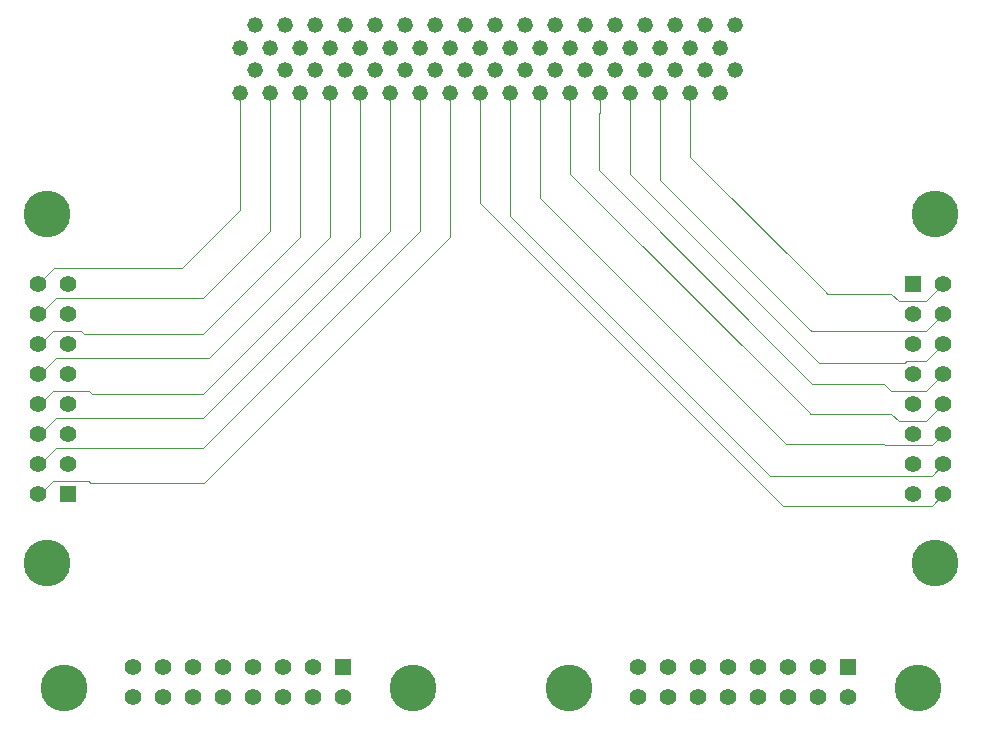
<source format=gbr>
%TF.GenerationSoftware,KiCad,Pcbnew,7.0.5-0*%
%TF.CreationDate,2023-07-18T13:45:42-04:00*%
%TF.ProjectId,quad_sipm,71756164-5f73-4697-906d-2e6b69636164,rev?*%
%TF.SameCoordinates,Original*%
%TF.FileFunction,Copper,L1,Top*%
%TF.FilePolarity,Positive*%
%FSLAX46Y46*%
G04 Gerber Fmt 4.6, Leading zero omitted, Abs format (unit mm)*
G04 Created by KiCad (PCBNEW 7.0.5-0) date 2023-07-18 13:45:42*
%MOMM*%
%LPD*%
G01*
G04 APERTURE LIST*
%TA.AperFunction,ComponentPad*%
%ADD10R,1.397000X1.397000*%
%TD*%
%TA.AperFunction,ComponentPad*%
%ADD11C,1.397000*%
%TD*%
%TA.AperFunction,ComponentPad*%
%ADD12C,3.962400*%
%TD*%
%TA.AperFunction,ComponentPad*%
%ADD13C,1.320800*%
%TD*%
%TA.AperFunction,Conductor*%
%ADD14C,0.068580*%
%TD*%
G04 APERTURE END LIST*
D10*
%TO.P,U3,1,1*%
%TO.N,/31-*%
X130352800Y-116052600D03*
D11*
%TO.P,U3,2,2*%
%TO.N,/31+*%
X130352800Y-118592600D03*
%TO.P,U3,3,3*%
%TO.N,/30-*%
X127812800Y-116052600D03*
%TO.P,U3,4,4*%
%TO.N,/30+*%
X127812800Y-118592600D03*
%TO.P,U3,5,5*%
%TO.N,/29-*%
X125272800Y-116052600D03*
%TO.P,U3,6,6*%
%TO.N,/29+*%
X125272800Y-118592600D03*
%TO.P,U3,7,7*%
%TO.N,/28-*%
X122732800Y-116052600D03*
%TO.P,U3,8,8*%
%TO.N,/28+*%
X122732800Y-118592600D03*
%TO.P,U3,9,9*%
%TO.N,/27-*%
X120192800Y-116052600D03*
%TO.P,U3,10,10*%
%TO.N,/27+*%
X120192800Y-118592600D03*
%TO.P,U3,11,11*%
%TO.N,/26-*%
X117652800Y-116052600D03*
%TO.P,U3,12,12*%
%TO.N,/26+*%
X117652800Y-118592600D03*
%TO.P,U3,13,13*%
%TO.N,/25-*%
X115112800Y-116052600D03*
%TO.P,U3,14,14*%
%TO.N,/25+*%
X115112800Y-118592600D03*
%TO.P,U3,15,15*%
%TO.N,/24-*%
X112572800Y-116052600D03*
%TO.P,U3,16,16*%
%TO.N,/24+*%
X112572800Y-118592600D03*
D12*
%TO.P,U3,17*%
%TO.N,N/C*%
X136245600Y-117856000D03*
%TO.P,U3,18*%
X106680000Y-117856000D03*
%TD*%
D10*
%TO.P,U4,1,1*%
%TO.N,/15-*%
X135864600Y-83616800D03*
D11*
%TO.P,U4,2,2*%
%TO.N,/15+*%
X138404600Y-83616800D03*
%TO.P,U4,3,3*%
%TO.N,/14-*%
X135864600Y-86156800D03*
%TO.P,U4,4,4*%
%TO.N,/14+*%
X138404600Y-86156800D03*
%TO.P,U4,5,5*%
%TO.N,/13-*%
X135864600Y-88696800D03*
%TO.P,U4,6,6*%
%TO.N,/13+*%
X138404600Y-88696800D03*
%TO.P,U4,7,7*%
%TO.N,/12-*%
X135864600Y-91236800D03*
%TO.P,U4,8,8*%
%TO.N,/12+*%
X138404600Y-91236800D03*
%TO.P,U4,9,9*%
%TO.N,/11-*%
X135864600Y-93776800D03*
%TO.P,U4,10,10*%
%TO.N,/11+*%
X138404600Y-93776800D03*
%TO.P,U4,11,11*%
%TO.N,/10-*%
X135864600Y-96316800D03*
%TO.P,U4,12,12*%
%TO.N,/10+*%
X138404600Y-96316800D03*
%TO.P,U4,13,13*%
%TO.N,/9-*%
X135864600Y-98856800D03*
%TO.P,U4,14,14*%
%TO.N,/9+*%
X138404600Y-98856800D03*
%TO.P,U4,15,15*%
%TO.N,/8-*%
X135864600Y-101396800D03*
%TO.P,U4,16,16*%
%TO.N,/8+*%
X138404600Y-101396800D03*
D12*
%TO.P,U4,17*%
%TO.N,N/C*%
X137668000Y-77724000D03*
%TO.P,U4,18*%
X137668000Y-107289600D03*
%TD*%
%TO.P,U2,18*%
%TO.N,N/C*%
X63906400Y-117856000D03*
%TO.P,U2,17*%
X93472000Y-117856000D03*
D11*
%TO.P,U2,16,16*%
%TO.N,/16+*%
X69799200Y-118592600D03*
%TO.P,U2,15,15*%
%TO.N,/16-*%
X69799200Y-116052600D03*
%TO.P,U2,14,14*%
%TO.N,/17+*%
X72339200Y-118592600D03*
%TO.P,U2,13,13*%
%TO.N,/17-*%
X72339200Y-116052600D03*
%TO.P,U2,12,12*%
%TO.N,/18+*%
X74879200Y-118592600D03*
%TO.P,U2,11,11*%
%TO.N,/18-*%
X74879200Y-116052600D03*
%TO.P,U2,10,10*%
%TO.N,/19+*%
X77419200Y-118592600D03*
%TO.P,U2,9,9*%
%TO.N,/19-*%
X77419200Y-116052600D03*
%TO.P,U2,8,8*%
%TO.N,/20+*%
X79959200Y-118592600D03*
%TO.P,U2,7,7*%
%TO.N,/20-*%
X79959200Y-116052600D03*
%TO.P,U2,6,6*%
%TO.N,/21+*%
X82499200Y-118592600D03*
%TO.P,U2,5,5*%
%TO.N,/21-*%
X82499200Y-116052600D03*
%TO.P,U2,4,4*%
%TO.N,/22+*%
X85039200Y-118592600D03*
%TO.P,U2,3,3*%
%TO.N,/22-*%
X85039200Y-116052600D03*
%TO.P,U2,2,2*%
%TO.N,/23+*%
X87579200Y-118592600D03*
D10*
%TO.P,U2,1,1*%
%TO.N,/23-*%
X87579200Y-116052600D03*
%TD*%
%TO.P,U1,1,1*%
%TO.N,/7-*%
X64287400Y-101396800D03*
D11*
%TO.P,U1,2,2*%
%TO.N,/7+*%
X61747400Y-101396800D03*
%TO.P,U1,3,3*%
%TO.N,/6-*%
X64287400Y-98856800D03*
%TO.P,U1,4,4*%
%TO.N,/6+*%
X61747400Y-98856800D03*
%TO.P,U1,5,5*%
%TO.N,/5-*%
X64287400Y-96316800D03*
%TO.P,U1,6,6*%
%TO.N,/5+*%
X61747400Y-96316800D03*
%TO.P,U1,7,7*%
%TO.N,/4-*%
X64287400Y-93776800D03*
%TO.P,U1,8,8*%
%TO.N,/4+*%
X61747400Y-93776800D03*
%TO.P,U1,9,9*%
%TO.N,/3-*%
X64287400Y-91236800D03*
%TO.P,U1,10,10*%
%TO.N,/3+*%
X61747400Y-91236800D03*
%TO.P,U1,11,11*%
%TO.N,/2-*%
X64287400Y-88696800D03*
%TO.P,U1,12,12*%
%TO.N,/2+*%
X61747400Y-88696800D03*
%TO.P,U1,13,13*%
%TO.N,/1-*%
X64287400Y-86156800D03*
%TO.P,U1,14,14*%
%TO.N,/1+*%
X61747400Y-86156800D03*
%TO.P,U1,15,15*%
%TO.N,/0-*%
X64287400Y-83616800D03*
%TO.P,U1,16,16*%
%TO.N,/0+*%
X61747400Y-83616800D03*
D12*
%TO.P,U1,17*%
%TO.N,N/C*%
X62484000Y-107289600D03*
%TO.P,U1,18*%
X62484000Y-77724000D03*
%TD*%
D13*
%TO.P,J1,1,1*%
%TO.N,/0+*%
X78867000Y-67437000D03*
%TO.P,J1,2,2*%
%TO.N,/16+*%
X78867000Y-63627000D03*
%TO.P,J1,3,3*%
%TO.N,/0-*%
X80137000Y-65532000D03*
%TO.P,J1,4,4*%
%TO.N,/16-*%
X80137000Y-61722000D03*
%TO.P,J1,5,5*%
%TO.N,/1+*%
X81407000Y-67437000D03*
%TO.P,J1,6,6*%
%TO.N,/17+*%
X81407000Y-63627000D03*
%TO.P,J1,7,7*%
%TO.N,/1-*%
X82677000Y-65532000D03*
%TO.P,J1,8,8*%
%TO.N,/17-*%
X82677000Y-61722000D03*
%TO.P,J1,9,9*%
%TO.N,/2+*%
X83947000Y-67437000D03*
%TO.P,J1,10,10*%
%TO.N,/18+*%
X83947000Y-63627000D03*
%TO.P,J1,11,11*%
%TO.N,/2-*%
X85217000Y-65532000D03*
%TO.P,J1,12,12*%
%TO.N,/18-*%
X85217000Y-61722000D03*
%TO.P,J1,13,13*%
%TO.N,/3+*%
X86487000Y-67437000D03*
%TO.P,J1,14,14*%
%TO.N,/19+*%
X86487000Y-63627000D03*
%TO.P,J1,15,15*%
%TO.N,/3-*%
X87757000Y-65532000D03*
%TO.P,J1,16,16*%
%TO.N,/19-*%
X87757000Y-61722000D03*
%TO.P,J1,17,17*%
%TO.N,/4+*%
X89027000Y-67437000D03*
%TO.P,J1,18,18*%
%TO.N,/20+*%
X89027000Y-63627000D03*
%TO.P,J1,19,19*%
%TO.N,/4-*%
X90297000Y-65532000D03*
%TO.P,J1,20,20*%
%TO.N,/20-*%
X90297000Y-61722000D03*
%TO.P,J1,21,21*%
%TO.N,/5+*%
X91567000Y-67437000D03*
%TO.P,J1,22,22*%
%TO.N,/21+*%
X91567000Y-63627000D03*
%TO.P,J1,23,23*%
%TO.N,/5-*%
X92837000Y-65532000D03*
%TO.P,J1,24,24*%
%TO.N,/21-*%
X92837000Y-61722000D03*
%TO.P,J1,25,25*%
%TO.N,/6+*%
X94107000Y-67437000D03*
%TO.P,J1,26,26*%
%TO.N,/22+*%
X94107000Y-63627000D03*
%TO.P,J1,27,27*%
%TO.N,/6-*%
X95377000Y-65532000D03*
%TO.P,J1,28,28*%
%TO.N,/22-*%
X95377000Y-61722000D03*
%TO.P,J1,29,29*%
%TO.N,/7+*%
X96647000Y-67437000D03*
%TO.P,J1,30,30*%
%TO.N,/23+*%
X96647000Y-63627000D03*
%TO.P,J1,31,31*%
%TO.N,/7-*%
X97917000Y-65532000D03*
%TO.P,J1,32,32*%
%TO.N,/23-*%
X97917000Y-61722000D03*
%TO.P,J1,33,33*%
%TO.N,/8+*%
X99187000Y-67437000D03*
%TO.P,J1,34,34*%
%TO.N,/24+*%
X99187000Y-63627000D03*
%TO.P,J1,35,35*%
%TO.N,/8-*%
X100457000Y-65532000D03*
%TO.P,J1,36,36*%
%TO.N,/24-*%
X100457000Y-61722000D03*
%TO.P,J1,37,37*%
%TO.N,/9+*%
X101727000Y-67437000D03*
%TO.P,J1,38,38*%
%TO.N,/25+*%
X101727000Y-63627000D03*
%TO.P,J1,39,39*%
%TO.N,/9-*%
X102997000Y-65532000D03*
%TO.P,J1,40,40*%
%TO.N,/25-*%
X102997000Y-61722000D03*
%TO.P,J1,41,41*%
%TO.N,/10+*%
X104267000Y-67437000D03*
%TO.P,J1,42,42*%
%TO.N,/26+*%
X104267000Y-63627000D03*
%TO.P,J1,43,43*%
%TO.N,/10-*%
X105537000Y-65532000D03*
%TO.P,J1,44,44*%
%TO.N,/26-*%
X105537000Y-61722000D03*
%TO.P,J1,45,45*%
%TO.N,/11+*%
X106807000Y-67437000D03*
%TO.P,J1,46,46*%
%TO.N,/27+*%
X106807000Y-63627000D03*
%TO.P,J1,47,47*%
%TO.N,/11-*%
X108077000Y-65532000D03*
%TO.P,J1,48,48*%
%TO.N,/27-*%
X108077000Y-61722000D03*
%TO.P,J1,49,49*%
%TO.N,/12+*%
X109347000Y-67437000D03*
%TO.P,J1,50,50*%
%TO.N,/28+*%
X109347000Y-63627000D03*
%TO.P,J1,51,51*%
%TO.N,/12-*%
X110617000Y-65532000D03*
%TO.P,J1,52,52*%
%TO.N,/28-*%
X110617000Y-61722000D03*
%TO.P,J1,53,53*%
%TO.N,/13+*%
X111887000Y-67437000D03*
%TO.P,J1,54,54*%
%TO.N,/29+*%
X111887000Y-63627000D03*
%TO.P,J1,55,55*%
%TO.N,/13-*%
X113157000Y-65532000D03*
%TO.P,J1,56,56*%
%TO.N,/29-*%
X113157000Y-61722000D03*
%TO.P,J1,57,57*%
%TO.N,/14+*%
X114427000Y-67437000D03*
%TO.P,J1,58,58*%
%TO.N,/30+*%
X114427000Y-63627000D03*
%TO.P,J1,59,59*%
%TO.N,/14-*%
X115697000Y-65532000D03*
%TO.P,J1,60,60*%
%TO.N,/30-*%
X115697000Y-61722000D03*
%TO.P,J1,61,61*%
%TO.N,/15+*%
X116967000Y-67437000D03*
%TO.P,J1,62,62*%
%TO.N,/31+*%
X116967000Y-63627000D03*
%TO.P,J1,63,63*%
%TO.N,/15-*%
X118237000Y-65532000D03*
%TO.P,J1,64,64*%
%TO.N,/31-*%
X118237000Y-61722000D03*
%TO.P,J1,65,65*%
%TO.N,unconnected-(J1-Pad65)*%
X119507000Y-67437000D03*
%TO.P,J1,66,66*%
%TO.N,unconnected-(J1-Pad66)*%
X119507000Y-63627000D03*
%TO.P,J1,67,67*%
%TO.N,unconnected-(J1-Pad67)*%
X120777000Y-65532000D03*
%TO.P,J1,68,68*%
%TO.N,unconnected-(J1-Pad68)*%
X120777000Y-61722000D03*
%TD*%
D14*
%TO.N,/2+*%
X75692000Y-87884000D02*
X65659000Y-87884000D01*
X83947000Y-79629000D02*
X75692000Y-87884000D01*
X65659000Y-87884000D02*
X65405000Y-87630000D01*
X65405000Y-87630000D02*
X62983250Y-87630000D01*
X83947000Y-67437000D02*
X83947000Y-79629000D01*
X62983250Y-87630000D02*
X61713250Y-88900000D01*
%TO.N,/14+*%
X136931400Y-87630000D02*
X127254000Y-87630000D01*
X127127000Y-87503000D02*
X114427000Y-74803000D01*
X127254000Y-87630000D02*
X127127000Y-87503000D01*
X138404600Y-86156800D02*
X136931400Y-87630000D01*
X114427000Y-74803000D02*
X114427000Y-67437000D01*
%TO.N,/7+*%
X61713250Y-101600000D02*
X62983250Y-100330000D01*
X75803100Y-100472900D02*
X96647000Y-79629000D01*
X66040000Y-100330000D02*
X66182900Y-100472900D01*
X66182900Y-100472900D02*
X75803100Y-100472900D01*
X62983250Y-100330000D02*
X66040000Y-100330000D01*
X96647000Y-79629000D02*
X96647000Y-67437000D01*
%TO.N,/4+*%
X89027000Y-67437000D02*
X89027000Y-79629000D01*
X66311500Y-92981500D02*
X66040000Y-92710000D01*
X75674500Y-92981500D02*
X66311500Y-92981500D01*
X89027000Y-79629000D02*
X75674500Y-92981500D01*
X66040000Y-92710000D02*
X62983250Y-92710000D01*
X62983250Y-92710000D02*
X61713250Y-93980000D01*
%TO.N,/11+*%
X127063500Y-94551500D02*
X106807000Y-74295000D01*
X127127000Y-94615000D02*
X127063500Y-94551500D01*
X138404600Y-93776800D02*
X136931400Y-95250000D01*
X136931400Y-95250000D02*
X134620000Y-95250000D01*
X133985000Y-94615000D02*
X127127000Y-94615000D01*
X134620000Y-95250000D02*
X133985000Y-94615000D01*
%TO.N,/10+*%
X125095000Y-97155000D02*
X104267000Y-76327000D01*
X137471810Y-97249590D02*
X133444590Y-97249590D01*
X138404600Y-96316800D02*
X137471810Y-97249590D01*
X133444590Y-97249590D02*
X133350000Y-97155000D01*
X133350000Y-97155000D02*
X125095000Y-97155000D01*
%TO.N,/12+*%
X136931400Y-92710000D02*
X133985000Y-92710000D01*
X133985000Y-92710000D02*
X133350000Y-92075000D01*
X138404600Y-91236800D02*
X136931400Y-92710000D01*
X133350000Y-92075000D02*
X127298400Y-92075000D01*
X127298400Y-92075000D02*
X109220000Y-73996600D01*
X109220000Y-73996600D02*
X109220000Y-69215000D01*
X109220000Y-69215000D02*
X109347000Y-69088000D01*
X109347000Y-69088000D02*
X109347000Y-67437000D01*
%TO.N,/13+*%
X135112100Y-90312900D02*
X135255000Y-90170000D01*
X127904900Y-90312900D02*
X135112100Y-90312900D01*
X135255000Y-90170000D02*
X136931400Y-90170000D01*
X136931400Y-90170000D02*
X138404600Y-88696800D01*
%TO.N,/15+*%
X128422400Y-84302600D02*
X116967000Y-72847200D01*
X138404600Y-83616800D02*
X136931400Y-85090000D01*
X133985000Y-84455000D02*
X128574800Y-84455000D01*
X128574800Y-84455000D02*
X128422400Y-84302600D01*
X136931400Y-85090000D02*
X134620000Y-85090000D01*
X134620000Y-85090000D02*
X133985000Y-84455000D01*
X116967000Y-72847200D02*
X116967000Y-67437000D01*
%TO.N,/13+*%
X127904900Y-90312900D02*
X111887000Y-74295000D01*
X111887000Y-74295000D02*
X111887000Y-67437000D01*
%TO.N,/11+*%
X106807000Y-74295000D02*
X106807000Y-67437000D01*
%TO.N,/10+*%
X104267000Y-76327000D02*
X104267000Y-67437000D01*
%TO.N,/9+*%
X138404600Y-98856800D02*
X137406100Y-99855300D01*
X137406100Y-99855300D02*
X123731300Y-99855300D01*
X123731300Y-99855300D02*
X101727000Y-77851000D01*
X101727000Y-77851000D02*
X101727000Y-67437000D01*
%TO.N,/8+*%
X138404600Y-101396800D02*
X137406100Y-102395300D01*
X137406100Y-102395300D02*
X124783007Y-102395300D01*
X124783007Y-102395300D02*
X99187000Y-76799293D01*
X99187000Y-76799293D02*
X99187000Y-67437000D01*
%TO.N,/0+*%
X61747400Y-83616800D02*
X63068200Y-82296000D01*
X63068200Y-82296000D02*
X73939400Y-82296000D01*
X73939400Y-82296000D02*
X78867000Y-77368400D01*
X78867000Y-77368400D02*
X78867000Y-67437000D01*
%TO.N,/6+*%
X61713250Y-99060000D02*
X63254750Y-97518500D01*
X63254750Y-97518500D02*
X75709500Y-97518500D01*
X75709500Y-97518500D02*
X94107000Y-79121000D01*
X94107000Y-79121000D02*
X94107000Y-67437000D01*
%TO.N,/5+*%
X61713250Y-96520000D02*
X63254750Y-94978500D01*
X91567000Y-79121000D02*
X91567000Y-67437000D01*
X63254750Y-94978500D02*
X75709500Y-94978500D01*
X75709500Y-94978500D02*
X91567000Y-79121000D01*
%TO.N,/3+*%
X86487000Y-67437000D02*
X86487000Y-79629000D01*
X63254750Y-89898500D02*
X61713250Y-91440000D01*
X86487000Y-79629000D02*
X76217500Y-89898500D01*
X76217500Y-89898500D02*
X63254750Y-89898500D01*
%TO.N,/1+*%
X61713250Y-86360000D02*
X63254750Y-84818500D01*
X63254750Y-84818500D02*
X75709500Y-84818500D01*
X75709500Y-84818500D02*
X81407000Y-79121000D01*
X81407000Y-79121000D02*
X81407000Y-67437000D01*
%TD*%
M02*

</source>
